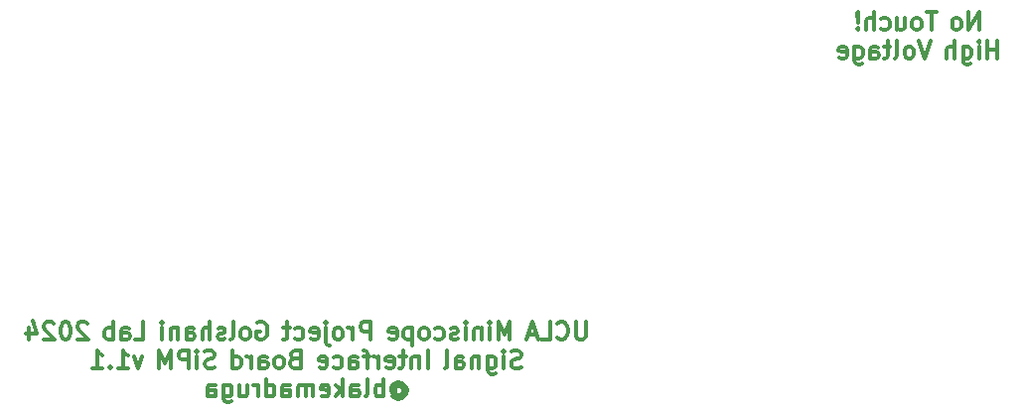
<source format=gbr>
%TF.GenerationSoftware,KiCad,Pcbnew,(7.0.0)*%
%TF.CreationDate,2024-03-13T17:03:37-07:00*%
%TF.ProjectId,2P_miniscope_interconnect_board_v3,32505f6d-696e-4697-9363-6f70655f696e,rev?*%
%TF.SameCoordinates,Original*%
%TF.FileFunction,Legend,Bot*%
%TF.FilePolarity,Positive*%
%FSLAX46Y46*%
G04 Gerber Fmt 4.6, Leading zero omitted, Abs format (unit mm)*
G04 Created by KiCad (PCBNEW (7.0.0)) date 2024-03-13 17:03:37*
%MOMM*%
%LPD*%
G01*
G04 APERTURE LIST*
%ADD10C,0.375000*%
%ADD11C,0.300000*%
G04 APERTURE END LIST*
D10*
X186684286Y-83666071D02*
X186684286Y-82166071D01*
X186684286Y-82166071D02*
X185827143Y-83666071D01*
X185827143Y-83666071D02*
X185827143Y-82166071D01*
X184898571Y-83666071D02*
X185041428Y-83594642D01*
X185041428Y-83594642D02*
X185112857Y-83523214D01*
X185112857Y-83523214D02*
X185184285Y-83380357D01*
X185184285Y-83380357D02*
X185184285Y-82951785D01*
X185184285Y-82951785D02*
X185112857Y-82808928D01*
X185112857Y-82808928D02*
X185041428Y-82737500D01*
X185041428Y-82737500D02*
X184898571Y-82666071D01*
X184898571Y-82666071D02*
X184684285Y-82666071D01*
X184684285Y-82666071D02*
X184541428Y-82737500D01*
X184541428Y-82737500D02*
X184470000Y-82808928D01*
X184470000Y-82808928D02*
X184398571Y-82951785D01*
X184398571Y-82951785D02*
X184398571Y-83380357D01*
X184398571Y-83380357D02*
X184470000Y-83523214D01*
X184470000Y-83523214D02*
X184541428Y-83594642D01*
X184541428Y-83594642D02*
X184684285Y-83666071D01*
X184684285Y-83666071D02*
X184898571Y-83666071D01*
X183069999Y-82166071D02*
X182212857Y-82166071D01*
X182641428Y-83666071D02*
X182641428Y-82166071D01*
X181498571Y-83666071D02*
X181641428Y-83594642D01*
X181641428Y-83594642D02*
X181712857Y-83523214D01*
X181712857Y-83523214D02*
X181784285Y-83380357D01*
X181784285Y-83380357D02*
X181784285Y-82951785D01*
X181784285Y-82951785D02*
X181712857Y-82808928D01*
X181712857Y-82808928D02*
X181641428Y-82737500D01*
X181641428Y-82737500D02*
X181498571Y-82666071D01*
X181498571Y-82666071D02*
X181284285Y-82666071D01*
X181284285Y-82666071D02*
X181141428Y-82737500D01*
X181141428Y-82737500D02*
X181070000Y-82808928D01*
X181070000Y-82808928D02*
X180998571Y-82951785D01*
X180998571Y-82951785D02*
X180998571Y-83380357D01*
X180998571Y-83380357D02*
X181070000Y-83523214D01*
X181070000Y-83523214D02*
X181141428Y-83594642D01*
X181141428Y-83594642D02*
X181284285Y-83666071D01*
X181284285Y-83666071D02*
X181498571Y-83666071D01*
X179712857Y-82666071D02*
X179712857Y-83666071D01*
X180355714Y-82666071D02*
X180355714Y-83451785D01*
X180355714Y-83451785D02*
X180284285Y-83594642D01*
X180284285Y-83594642D02*
X180141428Y-83666071D01*
X180141428Y-83666071D02*
X179927142Y-83666071D01*
X179927142Y-83666071D02*
X179784285Y-83594642D01*
X179784285Y-83594642D02*
X179712857Y-83523214D01*
X178355714Y-83594642D02*
X178498571Y-83666071D01*
X178498571Y-83666071D02*
X178784285Y-83666071D01*
X178784285Y-83666071D02*
X178927142Y-83594642D01*
X178927142Y-83594642D02*
X178998571Y-83523214D01*
X178998571Y-83523214D02*
X179069999Y-83380357D01*
X179069999Y-83380357D02*
X179069999Y-82951785D01*
X179069999Y-82951785D02*
X178998571Y-82808928D01*
X178998571Y-82808928D02*
X178927142Y-82737500D01*
X178927142Y-82737500D02*
X178784285Y-82666071D01*
X178784285Y-82666071D02*
X178498571Y-82666071D01*
X178498571Y-82666071D02*
X178355714Y-82737500D01*
X177712857Y-83666071D02*
X177712857Y-82166071D01*
X177070000Y-83666071D02*
X177070000Y-82880357D01*
X177070000Y-82880357D02*
X177141428Y-82737500D01*
X177141428Y-82737500D02*
X177284285Y-82666071D01*
X177284285Y-82666071D02*
X177498571Y-82666071D01*
X177498571Y-82666071D02*
X177641428Y-82737500D01*
X177641428Y-82737500D02*
X177712857Y-82808928D01*
X176355714Y-83523214D02*
X176284285Y-83594642D01*
X176284285Y-83594642D02*
X176355714Y-83666071D01*
X176355714Y-83666071D02*
X176427142Y-83594642D01*
X176427142Y-83594642D02*
X176355714Y-83523214D01*
X176355714Y-83523214D02*
X176355714Y-83666071D01*
X176355714Y-83094642D02*
X176427142Y-82237500D01*
X176427142Y-82237500D02*
X176355714Y-82166071D01*
X176355714Y-82166071D02*
X176284285Y-82237500D01*
X176284285Y-82237500D02*
X176355714Y-83094642D01*
X176355714Y-83094642D02*
X176355714Y-82166071D01*
X188255714Y-86096071D02*
X188255714Y-84596071D01*
X188255714Y-85310357D02*
X187398571Y-85310357D01*
X187398571Y-86096071D02*
X187398571Y-84596071D01*
X186684285Y-86096071D02*
X186684285Y-85096071D01*
X186684285Y-84596071D02*
X186755713Y-84667500D01*
X186755713Y-84667500D02*
X186684285Y-84738928D01*
X186684285Y-84738928D02*
X186612856Y-84667500D01*
X186612856Y-84667500D02*
X186684285Y-84596071D01*
X186684285Y-84596071D02*
X186684285Y-84738928D01*
X185327142Y-85096071D02*
X185327142Y-86310357D01*
X185327142Y-86310357D02*
X185398570Y-86453214D01*
X185398570Y-86453214D02*
X185469999Y-86524642D01*
X185469999Y-86524642D02*
X185612856Y-86596071D01*
X185612856Y-86596071D02*
X185827142Y-86596071D01*
X185827142Y-86596071D02*
X185969999Y-86524642D01*
X185327142Y-86024642D02*
X185469999Y-86096071D01*
X185469999Y-86096071D02*
X185755713Y-86096071D01*
X185755713Y-86096071D02*
X185898570Y-86024642D01*
X185898570Y-86024642D02*
X185969999Y-85953214D01*
X185969999Y-85953214D02*
X186041427Y-85810357D01*
X186041427Y-85810357D02*
X186041427Y-85381785D01*
X186041427Y-85381785D02*
X185969999Y-85238928D01*
X185969999Y-85238928D02*
X185898570Y-85167500D01*
X185898570Y-85167500D02*
X185755713Y-85096071D01*
X185755713Y-85096071D02*
X185469999Y-85096071D01*
X185469999Y-85096071D02*
X185327142Y-85167500D01*
X184612856Y-86096071D02*
X184612856Y-84596071D01*
X183969999Y-86096071D02*
X183969999Y-85310357D01*
X183969999Y-85310357D02*
X184041427Y-85167500D01*
X184041427Y-85167500D02*
X184184284Y-85096071D01*
X184184284Y-85096071D02*
X184398570Y-85096071D01*
X184398570Y-85096071D02*
X184541427Y-85167500D01*
X184541427Y-85167500D02*
X184612856Y-85238928D01*
X182569998Y-84596071D02*
X182069998Y-86096071D01*
X182069998Y-86096071D02*
X181569998Y-84596071D01*
X180855713Y-86096071D02*
X180998570Y-86024642D01*
X180998570Y-86024642D02*
X181069999Y-85953214D01*
X181069999Y-85953214D02*
X181141427Y-85810357D01*
X181141427Y-85810357D02*
X181141427Y-85381785D01*
X181141427Y-85381785D02*
X181069999Y-85238928D01*
X181069999Y-85238928D02*
X180998570Y-85167500D01*
X180998570Y-85167500D02*
X180855713Y-85096071D01*
X180855713Y-85096071D02*
X180641427Y-85096071D01*
X180641427Y-85096071D02*
X180498570Y-85167500D01*
X180498570Y-85167500D02*
X180427142Y-85238928D01*
X180427142Y-85238928D02*
X180355713Y-85381785D01*
X180355713Y-85381785D02*
X180355713Y-85810357D01*
X180355713Y-85810357D02*
X180427142Y-85953214D01*
X180427142Y-85953214D02*
X180498570Y-86024642D01*
X180498570Y-86024642D02*
X180641427Y-86096071D01*
X180641427Y-86096071D02*
X180855713Y-86096071D01*
X179498570Y-86096071D02*
X179641427Y-86024642D01*
X179641427Y-86024642D02*
X179712856Y-85881785D01*
X179712856Y-85881785D02*
X179712856Y-84596071D01*
X179141427Y-85096071D02*
X178569999Y-85096071D01*
X178927142Y-84596071D02*
X178927142Y-85881785D01*
X178927142Y-85881785D02*
X178855713Y-86024642D01*
X178855713Y-86024642D02*
X178712856Y-86096071D01*
X178712856Y-86096071D02*
X178569999Y-86096071D01*
X177427142Y-86096071D02*
X177427142Y-85310357D01*
X177427142Y-85310357D02*
X177498570Y-85167500D01*
X177498570Y-85167500D02*
X177641427Y-85096071D01*
X177641427Y-85096071D02*
X177927142Y-85096071D01*
X177927142Y-85096071D02*
X178069999Y-85167500D01*
X177427142Y-86024642D02*
X177569999Y-86096071D01*
X177569999Y-86096071D02*
X177927142Y-86096071D01*
X177927142Y-86096071D02*
X178069999Y-86024642D01*
X178069999Y-86024642D02*
X178141427Y-85881785D01*
X178141427Y-85881785D02*
X178141427Y-85738928D01*
X178141427Y-85738928D02*
X178069999Y-85596071D01*
X178069999Y-85596071D02*
X177927142Y-85524642D01*
X177927142Y-85524642D02*
X177569999Y-85524642D01*
X177569999Y-85524642D02*
X177427142Y-85453214D01*
X176069999Y-85096071D02*
X176069999Y-86310357D01*
X176069999Y-86310357D02*
X176141427Y-86453214D01*
X176141427Y-86453214D02*
X176212856Y-86524642D01*
X176212856Y-86524642D02*
X176355713Y-86596071D01*
X176355713Y-86596071D02*
X176569999Y-86596071D01*
X176569999Y-86596071D02*
X176712856Y-86524642D01*
X176069999Y-86024642D02*
X176212856Y-86096071D01*
X176212856Y-86096071D02*
X176498570Y-86096071D01*
X176498570Y-86096071D02*
X176641427Y-86024642D01*
X176641427Y-86024642D02*
X176712856Y-85953214D01*
X176712856Y-85953214D02*
X176784284Y-85810357D01*
X176784284Y-85810357D02*
X176784284Y-85381785D01*
X176784284Y-85381785D02*
X176712856Y-85238928D01*
X176712856Y-85238928D02*
X176641427Y-85167500D01*
X176641427Y-85167500D02*
X176498570Y-85096071D01*
X176498570Y-85096071D02*
X176212856Y-85096071D01*
X176212856Y-85096071D02*
X176069999Y-85167500D01*
X174784284Y-86024642D02*
X174927141Y-86096071D01*
X174927141Y-86096071D02*
X175212856Y-86096071D01*
X175212856Y-86096071D02*
X175355713Y-86024642D01*
X175355713Y-86024642D02*
X175427141Y-85881785D01*
X175427141Y-85881785D02*
X175427141Y-85310357D01*
X175427141Y-85310357D02*
X175355713Y-85167500D01*
X175355713Y-85167500D02*
X175212856Y-85096071D01*
X175212856Y-85096071D02*
X174927141Y-85096071D01*
X174927141Y-85096071D02*
X174784284Y-85167500D01*
X174784284Y-85167500D02*
X174712856Y-85310357D01*
X174712856Y-85310357D02*
X174712856Y-85453214D01*
X174712856Y-85453214D02*
X175427141Y-85596071D01*
D11*
X153185714Y-108571071D02*
X153185714Y-109785357D01*
X153185714Y-109785357D02*
X153114285Y-109928214D01*
X153114285Y-109928214D02*
X153042857Y-109999642D01*
X153042857Y-109999642D02*
X152899999Y-110071071D01*
X152899999Y-110071071D02*
X152614285Y-110071071D01*
X152614285Y-110071071D02*
X152471428Y-109999642D01*
X152471428Y-109999642D02*
X152399999Y-109928214D01*
X152399999Y-109928214D02*
X152328571Y-109785357D01*
X152328571Y-109785357D02*
X152328571Y-108571071D01*
X150757142Y-109928214D02*
X150828570Y-109999642D01*
X150828570Y-109999642D02*
X151042856Y-110071071D01*
X151042856Y-110071071D02*
X151185713Y-110071071D01*
X151185713Y-110071071D02*
X151399999Y-109999642D01*
X151399999Y-109999642D02*
X151542856Y-109856785D01*
X151542856Y-109856785D02*
X151614285Y-109713928D01*
X151614285Y-109713928D02*
X151685713Y-109428214D01*
X151685713Y-109428214D02*
X151685713Y-109213928D01*
X151685713Y-109213928D02*
X151614285Y-108928214D01*
X151614285Y-108928214D02*
X151542856Y-108785357D01*
X151542856Y-108785357D02*
X151399999Y-108642500D01*
X151399999Y-108642500D02*
X151185713Y-108571071D01*
X151185713Y-108571071D02*
X151042856Y-108571071D01*
X151042856Y-108571071D02*
X150828570Y-108642500D01*
X150828570Y-108642500D02*
X150757142Y-108713928D01*
X149399999Y-110071071D02*
X150114285Y-110071071D01*
X150114285Y-110071071D02*
X150114285Y-108571071D01*
X148971427Y-109642500D02*
X148257142Y-109642500D01*
X149114284Y-110071071D02*
X148614284Y-108571071D01*
X148614284Y-108571071D02*
X148114284Y-110071071D01*
X146714285Y-110071071D02*
X146714285Y-108571071D01*
X146714285Y-108571071D02*
X146214285Y-109642500D01*
X146214285Y-109642500D02*
X145714285Y-108571071D01*
X145714285Y-108571071D02*
X145714285Y-110071071D01*
X144999999Y-110071071D02*
X144999999Y-109071071D01*
X144999999Y-108571071D02*
X145071427Y-108642500D01*
X145071427Y-108642500D02*
X144999999Y-108713928D01*
X144999999Y-108713928D02*
X144928570Y-108642500D01*
X144928570Y-108642500D02*
X144999999Y-108571071D01*
X144999999Y-108571071D02*
X144999999Y-108713928D01*
X144285713Y-109071071D02*
X144285713Y-110071071D01*
X144285713Y-109213928D02*
X144214284Y-109142500D01*
X144214284Y-109142500D02*
X144071427Y-109071071D01*
X144071427Y-109071071D02*
X143857141Y-109071071D01*
X143857141Y-109071071D02*
X143714284Y-109142500D01*
X143714284Y-109142500D02*
X143642856Y-109285357D01*
X143642856Y-109285357D02*
X143642856Y-110071071D01*
X142928570Y-110071071D02*
X142928570Y-109071071D01*
X142928570Y-108571071D02*
X142999998Y-108642500D01*
X142999998Y-108642500D02*
X142928570Y-108713928D01*
X142928570Y-108713928D02*
X142857141Y-108642500D01*
X142857141Y-108642500D02*
X142928570Y-108571071D01*
X142928570Y-108571071D02*
X142928570Y-108713928D01*
X142285712Y-109999642D02*
X142142855Y-110071071D01*
X142142855Y-110071071D02*
X141857141Y-110071071D01*
X141857141Y-110071071D02*
X141714284Y-109999642D01*
X141714284Y-109999642D02*
X141642855Y-109856785D01*
X141642855Y-109856785D02*
X141642855Y-109785357D01*
X141642855Y-109785357D02*
X141714284Y-109642500D01*
X141714284Y-109642500D02*
X141857141Y-109571071D01*
X141857141Y-109571071D02*
X142071427Y-109571071D01*
X142071427Y-109571071D02*
X142214284Y-109499642D01*
X142214284Y-109499642D02*
X142285712Y-109356785D01*
X142285712Y-109356785D02*
X142285712Y-109285357D01*
X142285712Y-109285357D02*
X142214284Y-109142500D01*
X142214284Y-109142500D02*
X142071427Y-109071071D01*
X142071427Y-109071071D02*
X141857141Y-109071071D01*
X141857141Y-109071071D02*
X141714284Y-109142500D01*
X140357141Y-109999642D02*
X140499998Y-110071071D01*
X140499998Y-110071071D02*
X140785712Y-110071071D01*
X140785712Y-110071071D02*
X140928569Y-109999642D01*
X140928569Y-109999642D02*
X140999998Y-109928214D01*
X140999998Y-109928214D02*
X141071426Y-109785357D01*
X141071426Y-109785357D02*
X141071426Y-109356785D01*
X141071426Y-109356785D02*
X140999998Y-109213928D01*
X140999998Y-109213928D02*
X140928569Y-109142500D01*
X140928569Y-109142500D02*
X140785712Y-109071071D01*
X140785712Y-109071071D02*
X140499998Y-109071071D01*
X140499998Y-109071071D02*
X140357141Y-109142500D01*
X139499998Y-110071071D02*
X139642855Y-109999642D01*
X139642855Y-109999642D02*
X139714284Y-109928214D01*
X139714284Y-109928214D02*
X139785712Y-109785357D01*
X139785712Y-109785357D02*
X139785712Y-109356785D01*
X139785712Y-109356785D02*
X139714284Y-109213928D01*
X139714284Y-109213928D02*
X139642855Y-109142500D01*
X139642855Y-109142500D02*
X139499998Y-109071071D01*
X139499998Y-109071071D02*
X139285712Y-109071071D01*
X139285712Y-109071071D02*
X139142855Y-109142500D01*
X139142855Y-109142500D02*
X139071427Y-109213928D01*
X139071427Y-109213928D02*
X138999998Y-109356785D01*
X138999998Y-109356785D02*
X138999998Y-109785357D01*
X138999998Y-109785357D02*
X139071427Y-109928214D01*
X139071427Y-109928214D02*
X139142855Y-109999642D01*
X139142855Y-109999642D02*
X139285712Y-110071071D01*
X139285712Y-110071071D02*
X139499998Y-110071071D01*
X138357141Y-109071071D02*
X138357141Y-110571071D01*
X138357141Y-109142500D02*
X138214284Y-109071071D01*
X138214284Y-109071071D02*
X137928569Y-109071071D01*
X137928569Y-109071071D02*
X137785712Y-109142500D01*
X137785712Y-109142500D02*
X137714284Y-109213928D01*
X137714284Y-109213928D02*
X137642855Y-109356785D01*
X137642855Y-109356785D02*
X137642855Y-109785357D01*
X137642855Y-109785357D02*
X137714284Y-109928214D01*
X137714284Y-109928214D02*
X137785712Y-109999642D01*
X137785712Y-109999642D02*
X137928569Y-110071071D01*
X137928569Y-110071071D02*
X138214284Y-110071071D01*
X138214284Y-110071071D02*
X138357141Y-109999642D01*
X136428569Y-109999642D02*
X136571426Y-110071071D01*
X136571426Y-110071071D02*
X136857141Y-110071071D01*
X136857141Y-110071071D02*
X136999998Y-109999642D01*
X136999998Y-109999642D02*
X137071426Y-109856785D01*
X137071426Y-109856785D02*
X137071426Y-109285357D01*
X137071426Y-109285357D02*
X136999998Y-109142500D01*
X136999998Y-109142500D02*
X136857141Y-109071071D01*
X136857141Y-109071071D02*
X136571426Y-109071071D01*
X136571426Y-109071071D02*
X136428569Y-109142500D01*
X136428569Y-109142500D02*
X136357141Y-109285357D01*
X136357141Y-109285357D02*
X136357141Y-109428214D01*
X136357141Y-109428214D02*
X137071426Y-109571071D01*
X134814284Y-110071071D02*
X134814284Y-108571071D01*
X134814284Y-108571071D02*
X134242855Y-108571071D01*
X134242855Y-108571071D02*
X134099998Y-108642500D01*
X134099998Y-108642500D02*
X134028569Y-108713928D01*
X134028569Y-108713928D02*
X133957141Y-108856785D01*
X133957141Y-108856785D02*
X133957141Y-109071071D01*
X133957141Y-109071071D02*
X134028569Y-109213928D01*
X134028569Y-109213928D02*
X134099998Y-109285357D01*
X134099998Y-109285357D02*
X134242855Y-109356785D01*
X134242855Y-109356785D02*
X134814284Y-109356785D01*
X133314284Y-110071071D02*
X133314284Y-109071071D01*
X133314284Y-109356785D02*
X133242855Y-109213928D01*
X133242855Y-109213928D02*
X133171427Y-109142500D01*
X133171427Y-109142500D02*
X133028569Y-109071071D01*
X133028569Y-109071071D02*
X132885712Y-109071071D01*
X132171427Y-110071071D02*
X132314284Y-109999642D01*
X132314284Y-109999642D02*
X132385713Y-109928214D01*
X132385713Y-109928214D02*
X132457141Y-109785357D01*
X132457141Y-109785357D02*
X132457141Y-109356785D01*
X132457141Y-109356785D02*
X132385713Y-109213928D01*
X132385713Y-109213928D02*
X132314284Y-109142500D01*
X132314284Y-109142500D02*
X132171427Y-109071071D01*
X132171427Y-109071071D02*
X131957141Y-109071071D01*
X131957141Y-109071071D02*
X131814284Y-109142500D01*
X131814284Y-109142500D02*
X131742856Y-109213928D01*
X131742856Y-109213928D02*
X131671427Y-109356785D01*
X131671427Y-109356785D02*
X131671427Y-109785357D01*
X131671427Y-109785357D02*
X131742856Y-109928214D01*
X131742856Y-109928214D02*
X131814284Y-109999642D01*
X131814284Y-109999642D02*
X131957141Y-110071071D01*
X131957141Y-110071071D02*
X132171427Y-110071071D01*
X131028570Y-109071071D02*
X131028570Y-110356785D01*
X131028570Y-110356785D02*
X131099998Y-110499642D01*
X131099998Y-110499642D02*
X131242855Y-110571071D01*
X131242855Y-110571071D02*
X131314284Y-110571071D01*
X131028570Y-108571071D02*
X131099998Y-108642500D01*
X131099998Y-108642500D02*
X131028570Y-108713928D01*
X131028570Y-108713928D02*
X130957141Y-108642500D01*
X130957141Y-108642500D02*
X131028570Y-108571071D01*
X131028570Y-108571071D02*
X131028570Y-108713928D01*
X129742855Y-109999642D02*
X129885712Y-110071071D01*
X129885712Y-110071071D02*
X130171427Y-110071071D01*
X130171427Y-110071071D02*
X130314284Y-109999642D01*
X130314284Y-109999642D02*
X130385712Y-109856785D01*
X130385712Y-109856785D02*
X130385712Y-109285357D01*
X130385712Y-109285357D02*
X130314284Y-109142500D01*
X130314284Y-109142500D02*
X130171427Y-109071071D01*
X130171427Y-109071071D02*
X129885712Y-109071071D01*
X129885712Y-109071071D02*
X129742855Y-109142500D01*
X129742855Y-109142500D02*
X129671427Y-109285357D01*
X129671427Y-109285357D02*
X129671427Y-109428214D01*
X129671427Y-109428214D02*
X130385712Y-109571071D01*
X128385713Y-109999642D02*
X128528570Y-110071071D01*
X128528570Y-110071071D02*
X128814284Y-110071071D01*
X128814284Y-110071071D02*
X128957141Y-109999642D01*
X128957141Y-109999642D02*
X129028570Y-109928214D01*
X129028570Y-109928214D02*
X129099998Y-109785357D01*
X129099998Y-109785357D02*
X129099998Y-109356785D01*
X129099998Y-109356785D02*
X129028570Y-109213928D01*
X129028570Y-109213928D02*
X128957141Y-109142500D01*
X128957141Y-109142500D02*
X128814284Y-109071071D01*
X128814284Y-109071071D02*
X128528570Y-109071071D01*
X128528570Y-109071071D02*
X128385713Y-109142500D01*
X127957141Y-109071071D02*
X127385713Y-109071071D01*
X127742856Y-108571071D02*
X127742856Y-109856785D01*
X127742856Y-109856785D02*
X127671427Y-109999642D01*
X127671427Y-109999642D02*
X127528570Y-110071071D01*
X127528570Y-110071071D02*
X127385713Y-110071071D01*
X125199998Y-108642500D02*
X125342856Y-108571071D01*
X125342856Y-108571071D02*
X125557141Y-108571071D01*
X125557141Y-108571071D02*
X125771427Y-108642500D01*
X125771427Y-108642500D02*
X125914284Y-108785357D01*
X125914284Y-108785357D02*
X125985713Y-108928214D01*
X125985713Y-108928214D02*
X126057141Y-109213928D01*
X126057141Y-109213928D02*
X126057141Y-109428214D01*
X126057141Y-109428214D02*
X125985713Y-109713928D01*
X125985713Y-109713928D02*
X125914284Y-109856785D01*
X125914284Y-109856785D02*
X125771427Y-109999642D01*
X125771427Y-109999642D02*
X125557141Y-110071071D01*
X125557141Y-110071071D02*
X125414284Y-110071071D01*
X125414284Y-110071071D02*
X125199998Y-109999642D01*
X125199998Y-109999642D02*
X125128570Y-109928214D01*
X125128570Y-109928214D02*
X125128570Y-109428214D01*
X125128570Y-109428214D02*
X125414284Y-109428214D01*
X124271427Y-110071071D02*
X124414284Y-109999642D01*
X124414284Y-109999642D02*
X124485713Y-109928214D01*
X124485713Y-109928214D02*
X124557141Y-109785357D01*
X124557141Y-109785357D02*
X124557141Y-109356785D01*
X124557141Y-109356785D02*
X124485713Y-109213928D01*
X124485713Y-109213928D02*
X124414284Y-109142500D01*
X124414284Y-109142500D02*
X124271427Y-109071071D01*
X124271427Y-109071071D02*
X124057141Y-109071071D01*
X124057141Y-109071071D02*
X123914284Y-109142500D01*
X123914284Y-109142500D02*
X123842856Y-109213928D01*
X123842856Y-109213928D02*
X123771427Y-109356785D01*
X123771427Y-109356785D02*
X123771427Y-109785357D01*
X123771427Y-109785357D02*
X123842856Y-109928214D01*
X123842856Y-109928214D02*
X123914284Y-109999642D01*
X123914284Y-109999642D02*
X124057141Y-110071071D01*
X124057141Y-110071071D02*
X124271427Y-110071071D01*
X122914284Y-110071071D02*
X123057141Y-109999642D01*
X123057141Y-109999642D02*
X123128570Y-109856785D01*
X123128570Y-109856785D02*
X123128570Y-108571071D01*
X122414284Y-109999642D02*
X122271427Y-110071071D01*
X122271427Y-110071071D02*
X121985713Y-110071071D01*
X121985713Y-110071071D02*
X121842856Y-109999642D01*
X121842856Y-109999642D02*
X121771427Y-109856785D01*
X121771427Y-109856785D02*
X121771427Y-109785357D01*
X121771427Y-109785357D02*
X121842856Y-109642500D01*
X121842856Y-109642500D02*
X121985713Y-109571071D01*
X121985713Y-109571071D02*
X122199999Y-109571071D01*
X122199999Y-109571071D02*
X122342856Y-109499642D01*
X122342856Y-109499642D02*
X122414284Y-109356785D01*
X122414284Y-109356785D02*
X122414284Y-109285357D01*
X122414284Y-109285357D02*
X122342856Y-109142500D01*
X122342856Y-109142500D02*
X122199999Y-109071071D01*
X122199999Y-109071071D02*
X121985713Y-109071071D01*
X121985713Y-109071071D02*
X121842856Y-109142500D01*
X121128570Y-110071071D02*
X121128570Y-108571071D01*
X120485713Y-110071071D02*
X120485713Y-109285357D01*
X120485713Y-109285357D02*
X120557141Y-109142500D01*
X120557141Y-109142500D02*
X120699998Y-109071071D01*
X120699998Y-109071071D02*
X120914284Y-109071071D01*
X120914284Y-109071071D02*
X121057141Y-109142500D01*
X121057141Y-109142500D02*
X121128570Y-109213928D01*
X119128570Y-110071071D02*
X119128570Y-109285357D01*
X119128570Y-109285357D02*
X119199998Y-109142500D01*
X119199998Y-109142500D02*
X119342855Y-109071071D01*
X119342855Y-109071071D02*
X119628570Y-109071071D01*
X119628570Y-109071071D02*
X119771427Y-109142500D01*
X119128570Y-109999642D02*
X119271427Y-110071071D01*
X119271427Y-110071071D02*
X119628570Y-110071071D01*
X119628570Y-110071071D02*
X119771427Y-109999642D01*
X119771427Y-109999642D02*
X119842855Y-109856785D01*
X119842855Y-109856785D02*
X119842855Y-109713928D01*
X119842855Y-109713928D02*
X119771427Y-109571071D01*
X119771427Y-109571071D02*
X119628570Y-109499642D01*
X119628570Y-109499642D02*
X119271427Y-109499642D01*
X119271427Y-109499642D02*
X119128570Y-109428214D01*
X118414284Y-109071071D02*
X118414284Y-110071071D01*
X118414284Y-109213928D02*
X118342855Y-109142500D01*
X118342855Y-109142500D02*
X118199998Y-109071071D01*
X118199998Y-109071071D02*
X117985712Y-109071071D01*
X117985712Y-109071071D02*
X117842855Y-109142500D01*
X117842855Y-109142500D02*
X117771427Y-109285357D01*
X117771427Y-109285357D02*
X117771427Y-110071071D01*
X117057141Y-110071071D02*
X117057141Y-109071071D01*
X117057141Y-108571071D02*
X117128569Y-108642500D01*
X117128569Y-108642500D02*
X117057141Y-108713928D01*
X117057141Y-108713928D02*
X116985712Y-108642500D01*
X116985712Y-108642500D02*
X117057141Y-108571071D01*
X117057141Y-108571071D02*
X117057141Y-108713928D01*
X114728569Y-110071071D02*
X115442855Y-110071071D01*
X115442855Y-110071071D02*
X115442855Y-108571071D01*
X113585712Y-110071071D02*
X113585712Y-109285357D01*
X113585712Y-109285357D02*
X113657140Y-109142500D01*
X113657140Y-109142500D02*
X113799997Y-109071071D01*
X113799997Y-109071071D02*
X114085712Y-109071071D01*
X114085712Y-109071071D02*
X114228569Y-109142500D01*
X113585712Y-109999642D02*
X113728569Y-110071071D01*
X113728569Y-110071071D02*
X114085712Y-110071071D01*
X114085712Y-110071071D02*
X114228569Y-109999642D01*
X114228569Y-109999642D02*
X114299997Y-109856785D01*
X114299997Y-109856785D02*
X114299997Y-109713928D01*
X114299997Y-109713928D02*
X114228569Y-109571071D01*
X114228569Y-109571071D02*
X114085712Y-109499642D01*
X114085712Y-109499642D02*
X113728569Y-109499642D01*
X113728569Y-109499642D02*
X113585712Y-109428214D01*
X112871426Y-110071071D02*
X112871426Y-108571071D01*
X112871426Y-109142500D02*
X112728569Y-109071071D01*
X112728569Y-109071071D02*
X112442854Y-109071071D01*
X112442854Y-109071071D02*
X112299997Y-109142500D01*
X112299997Y-109142500D02*
X112228569Y-109213928D01*
X112228569Y-109213928D02*
X112157140Y-109356785D01*
X112157140Y-109356785D02*
X112157140Y-109785357D01*
X112157140Y-109785357D02*
X112228569Y-109928214D01*
X112228569Y-109928214D02*
X112299997Y-109999642D01*
X112299997Y-109999642D02*
X112442854Y-110071071D01*
X112442854Y-110071071D02*
X112728569Y-110071071D01*
X112728569Y-110071071D02*
X112871426Y-109999642D01*
X110685711Y-108713928D02*
X110614283Y-108642500D01*
X110614283Y-108642500D02*
X110471426Y-108571071D01*
X110471426Y-108571071D02*
X110114283Y-108571071D01*
X110114283Y-108571071D02*
X109971426Y-108642500D01*
X109971426Y-108642500D02*
X109899997Y-108713928D01*
X109899997Y-108713928D02*
X109828568Y-108856785D01*
X109828568Y-108856785D02*
X109828568Y-108999642D01*
X109828568Y-108999642D02*
X109899997Y-109213928D01*
X109899997Y-109213928D02*
X110757140Y-110071071D01*
X110757140Y-110071071D02*
X109828568Y-110071071D01*
X108899997Y-108571071D02*
X108757140Y-108571071D01*
X108757140Y-108571071D02*
X108614283Y-108642500D01*
X108614283Y-108642500D02*
X108542855Y-108713928D01*
X108542855Y-108713928D02*
X108471426Y-108856785D01*
X108471426Y-108856785D02*
X108399997Y-109142500D01*
X108399997Y-109142500D02*
X108399997Y-109499642D01*
X108399997Y-109499642D02*
X108471426Y-109785357D01*
X108471426Y-109785357D02*
X108542855Y-109928214D01*
X108542855Y-109928214D02*
X108614283Y-109999642D01*
X108614283Y-109999642D02*
X108757140Y-110071071D01*
X108757140Y-110071071D02*
X108899997Y-110071071D01*
X108899997Y-110071071D02*
X109042855Y-109999642D01*
X109042855Y-109999642D02*
X109114283Y-109928214D01*
X109114283Y-109928214D02*
X109185712Y-109785357D01*
X109185712Y-109785357D02*
X109257140Y-109499642D01*
X109257140Y-109499642D02*
X109257140Y-109142500D01*
X109257140Y-109142500D02*
X109185712Y-108856785D01*
X109185712Y-108856785D02*
X109114283Y-108713928D01*
X109114283Y-108713928D02*
X109042855Y-108642500D01*
X109042855Y-108642500D02*
X108899997Y-108571071D01*
X107828569Y-108713928D02*
X107757141Y-108642500D01*
X107757141Y-108642500D02*
X107614284Y-108571071D01*
X107614284Y-108571071D02*
X107257141Y-108571071D01*
X107257141Y-108571071D02*
X107114284Y-108642500D01*
X107114284Y-108642500D02*
X107042855Y-108713928D01*
X107042855Y-108713928D02*
X106971426Y-108856785D01*
X106971426Y-108856785D02*
X106971426Y-108999642D01*
X106971426Y-108999642D02*
X107042855Y-109213928D01*
X107042855Y-109213928D02*
X107899998Y-110071071D01*
X107899998Y-110071071D02*
X106971426Y-110071071D01*
X105685713Y-109071071D02*
X105685713Y-110071071D01*
X106042855Y-108499642D02*
X106399998Y-109571071D01*
X106399998Y-109571071D02*
X105471427Y-109571071D01*
X147664284Y-112429642D02*
X147449999Y-112501071D01*
X147449999Y-112501071D02*
X147092856Y-112501071D01*
X147092856Y-112501071D02*
X146949999Y-112429642D01*
X146949999Y-112429642D02*
X146878570Y-112358214D01*
X146878570Y-112358214D02*
X146807141Y-112215357D01*
X146807141Y-112215357D02*
X146807141Y-112072500D01*
X146807141Y-112072500D02*
X146878570Y-111929642D01*
X146878570Y-111929642D02*
X146949999Y-111858214D01*
X146949999Y-111858214D02*
X147092856Y-111786785D01*
X147092856Y-111786785D02*
X147378570Y-111715357D01*
X147378570Y-111715357D02*
X147521427Y-111643928D01*
X147521427Y-111643928D02*
X147592856Y-111572500D01*
X147592856Y-111572500D02*
X147664284Y-111429642D01*
X147664284Y-111429642D02*
X147664284Y-111286785D01*
X147664284Y-111286785D02*
X147592856Y-111143928D01*
X147592856Y-111143928D02*
X147521427Y-111072500D01*
X147521427Y-111072500D02*
X147378570Y-111001071D01*
X147378570Y-111001071D02*
X147021427Y-111001071D01*
X147021427Y-111001071D02*
X146807141Y-111072500D01*
X146164285Y-112501071D02*
X146164285Y-111501071D01*
X146164285Y-111001071D02*
X146235713Y-111072500D01*
X146235713Y-111072500D02*
X146164285Y-111143928D01*
X146164285Y-111143928D02*
X146092856Y-111072500D01*
X146092856Y-111072500D02*
X146164285Y-111001071D01*
X146164285Y-111001071D02*
X146164285Y-111143928D01*
X144807142Y-111501071D02*
X144807142Y-112715357D01*
X144807142Y-112715357D02*
X144878570Y-112858214D01*
X144878570Y-112858214D02*
X144949999Y-112929642D01*
X144949999Y-112929642D02*
X145092856Y-113001071D01*
X145092856Y-113001071D02*
X145307142Y-113001071D01*
X145307142Y-113001071D02*
X145449999Y-112929642D01*
X144807142Y-112429642D02*
X144949999Y-112501071D01*
X144949999Y-112501071D02*
X145235713Y-112501071D01*
X145235713Y-112501071D02*
X145378570Y-112429642D01*
X145378570Y-112429642D02*
X145449999Y-112358214D01*
X145449999Y-112358214D02*
X145521427Y-112215357D01*
X145521427Y-112215357D02*
X145521427Y-111786785D01*
X145521427Y-111786785D02*
X145449999Y-111643928D01*
X145449999Y-111643928D02*
X145378570Y-111572500D01*
X145378570Y-111572500D02*
X145235713Y-111501071D01*
X145235713Y-111501071D02*
X144949999Y-111501071D01*
X144949999Y-111501071D02*
X144807142Y-111572500D01*
X144092856Y-111501071D02*
X144092856Y-112501071D01*
X144092856Y-111643928D02*
X144021427Y-111572500D01*
X144021427Y-111572500D02*
X143878570Y-111501071D01*
X143878570Y-111501071D02*
X143664284Y-111501071D01*
X143664284Y-111501071D02*
X143521427Y-111572500D01*
X143521427Y-111572500D02*
X143449999Y-111715357D01*
X143449999Y-111715357D02*
X143449999Y-112501071D01*
X142092856Y-112501071D02*
X142092856Y-111715357D01*
X142092856Y-111715357D02*
X142164284Y-111572500D01*
X142164284Y-111572500D02*
X142307141Y-111501071D01*
X142307141Y-111501071D02*
X142592856Y-111501071D01*
X142592856Y-111501071D02*
X142735713Y-111572500D01*
X142092856Y-112429642D02*
X142235713Y-112501071D01*
X142235713Y-112501071D02*
X142592856Y-112501071D01*
X142592856Y-112501071D02*
X142735713Y-112429642D01*
X142735713Y-112429642D02*
X142807141Y-112286785D01*
X142807141Y-112286785D02*
X142807141Y-112143928D01*
X142807141Y-112143928D02*
X142735713Y-112001071D01*
X142735713Y-112001071D02*
X142592856Y-111929642D01*
X142592856Y-111929642D02*
X142235713Y-111929642D01*
X142235713Y-111929642D02*
X142092856Y-111858214D01*
X141164284Y-112501071D02*
X141307141Y-112429642D01*
X141307141Y-112429642D02*
X141378570Y-112286785D01*
X141378570Y-112286785D02*
X141378570Y-111001071D01*
X139692856Y-112501071D02*
X139692856Y-111001071D01*
X138978570Y-111501071D02*
X138978570Y-112501071D01*
X138978570Y-111643928D02*
X138907141Y-111572500D01*
X138907141Y-111572500D02*
X138764284Y-111501071D01*
X138764284Y-111501071D02*
X138549998Y-111501071D01*
X138549998Y-111501071D02*
X138407141Y-111572500D01*
X138407141Y-111572500D02*
X138335713Y-111715357D01*
X138335713Y-111715357D02*
X138335713Y-112501071D01*
X137835712Y-111501071D02*
X137264284Y-111501071D01*
X137621427Y-111001071D02*
X137621427Y-112286785D01*
X137621427Y-112286785D02*
X137549998Y-112429642D01*
X137549998Y-112429642D02*
X137407141Y-112501071D01*
X137407141Y-112501071D02*
X137264284Y-112501071D01*
X136192855Y-112429642D02*
X136335712Y-112501071D01*
X136335712Y-112501071D02*
X136621427Y-112501071D01*
X136621427Y-112501071D02*
X136764284Y-112429642D01*
X136764284Y-112429642D02*
X136835712Y-112286785D01*
X136835712Y-112286785D02*
X136835712Y-111715357D01*
X136835712Y-111715357D02*
X136764284Y-111572500D01*
X136764284Y-111572500D02*
X136621427Y-111501071D01*
X136621427Y-111501071D02*
X136335712Y-111501071D01*
X136335712Y-111501071D02*
X136192855Y-111572500D01*
X136192855Y-111572500D02*
X136121427Y-111715357D01*
X136121427Y-111715357D02*
X136121427Y-111858214D01*
X136121427Y-111858214D02*
X136835712Y-112001071D01*
X135478570Y-112501071D02*
X135478570Y-111501071D01*
X135478570Y-111786785D02*
X135407141Y-111643928D01*
X135407141Y-111643928D02*
X135335713Y-111572500D01*
X135335713Y-111572500D02*
X135192855Y-111501071D01*
X135192855Y-111501071D02*
X135049998Y-111501071D01*
X134764284Y-111501071D02*
X134192856Y-111501071D01*
X134549999Y-112501071D02*
X134549999Y-111215357D01*
X134549999Y-111215357D02*
X134478570Y-111072500D01*
X134478570Y-111072500D02*
X134335713Y-111001071D01*
X134335713Y-111001071D02*
X134192856Y-111001071D01*
X133049999Y-112501071D02*
X133049999Y-111715357D01*
X133049999Y-111715357D02*
X133121427Y-111572500D01*
X133121427Y-111572500D02*
X133264284Y-111501071D01*
X133264284Y-111501071D02*
X133549999Y-111501071D01*
X133549999Y-111501071D02*
X133692856Y-111572500D01*
X133049999Y-112429642D02*
X133192856Y-112501071D01*
X133192856Y-112501071D02*
X133549999Y-112501071D01*
X133549999Y-112501071D02*
X133692856Y-112429642D01*
X133692856Y-112429642D02*
X133764284Y-112286785D01*
X133764284Y-112286785D02*
X133764284Y-112143928D01*
X133764284Y-112143928D02*
X133692856Y-112001071D01*
X133692856Y-112001071D02*
X133549999Y-111929642D01*
X133549999Y-111929642D02*
X133192856Y-111929642D01*
X133192856Y-111929642D02*
X133049999Y-111858214D01*
X131692856Y-112429642D02*
X131835713Y-112501071D01*
X131835713Y-112501071D02*
X132121427Y-112501071D01*
X132121427Y-112501071D02*
X132264284Y-112429642D01*
X132264284Y-112429642D02*
X132335713Y-112358214D01*
X132335713Y-112358214D02*
X132407141Y-112215357D01*
X132407141Y-112215357D02*
X132407141Y-111786785D01*
X132407141Y-111786785D02*
X132335713Y-111643928D01*
X132335713Y-111643928D02*
X132264284Y-111572500D01*
X132264284Y-111572500D02*
X132121427Y-111501071D01*
X132121427Y-111501071D02*
X131835713Y-111501071D01*
X131835713Y-111501071D02*
X131692856Y-111572500D01*
X130478570Y-112429642D02*
X130621427Y-112501071D01*
X130621427Y-112501071D02*
X130907142Y-112501071D01*
X130907142Y-112501071D02*
X131049999Y-112429642D01*
X131049999Y-112429642D02*
X131121427Y-112286785D01*
X131121427Y-112286785D02*
X131121427Y-111715357D01*
X131121427Y-111715357D02*
X131049999Y-111572500D01*
X131049999Y-111572500D02*
X130907142Y-111501071D01*
X130907142Y-111501071D02*
X130621427Y-111501071D01*
X130621427Y-111501071D02*
X130478570Y-111572500D01*
X130478570Y-111572500D02*
X130407142Y-111715357D01*
X130407142Y-111715357D02*
X130407142Y-111858214D01*
X130407142Y-111858214D02*
X131121427Y-112001071D01*
X128364285Y-111715357D02*
X128149999Y-111786785D01*
X128149999Y-111786785D02*
X128078570Y-111858214D01*
X128078570Y-111858214D02*
X128007142Y-112001071D01*
X128007142Y-112001071D02*
X128007142Y-112215357D01*
X128007142Y-112215357D02*
X128078570Y-112358214D01*
X128078570Y-112358214D02*
X128149999Y-112429642D01*
X128149999Y-112429642D02*
X128292856Y-112501071D01*
X128292856Y-112501071D02*
X128864285Y-112501071D01*
X128864285Y-112501071D02*
X128864285Y-111001071D01*
X128864285Y-111001071D02*
X128364285Y-111001071D01*
X128364285Y-111001071D02*
X128221428Y-111072500D01*
X128221428Y-111072500D02*
X128149999Y-111143928D01*
X128149999Y-111143928D02*
X128078570Y-111286785D01*
X128078570Y-111286785D02*
X128078570Y-111429642D01*
X128078570Y-111429642D02*
X128149999Y-111572500D01*
X128149999Y-111572500D02*
X128221428Y-111643928D01*
X128221428Y-111643928D02*
X128364285Y-111715357D01*
X128364285Y-111715357D02*
X128864285Y-111715357D01*
X127149999Y-112501071D02*
X127292856Y-112429642D01*
X127292856Y-112429642D02*
X127364285Y-112358214D01*
X127364285Y-112358214D02*
X127435713Y-112215357D01*
X127435713Y-112215357D02*
X127435713Y-111786785D01*
X127435713Y-111786785D02*
X127364285Y-111643928D01*
X127364285Y-111643928D02*
X127292856Y-111572500D01*
X127292856Y-111572500D02*
X127149999Y-111501071D01*
X127149999Y-111501071D02*
X126935713Y-111501071D01*
X126935713Y-111501071D02*
X126792856Y-111572500D01*
X126792856Y-111572500D02*
X126721428Y-111643928D01*
X126721428Y-111643928D02*
X126649999Y-111786785D01*
X126649999Y-111786785D02*
X126649999Y-112215357D01*
X126649999Y-112215357D02*
X126721428Y-112358214D01*
X126721428Y-112358214D02*
X126792856Y-112429642D01*
X126792856Y-112429642D02*
X126935713Y-112501071D01*
X126935713Y-112501071D02*
X127149999Y-112501071D01*
X125364285Y-112501071D02*
X125364285Y-111715357D01*
X125364285Y-111715357D02*
X125435713Y-111572500D01*
X125435713Y-111572500D02*
X125578570Y-111501071D01*
X125578570Y-111501071D02*
X125864285Y-111501071D01*
X125864285Y-111501071D02*
X126007142Y-111572500D01*
X125364285Y-112429642D02*
X125507142Y-112501071D01*
X125507142Y-112501071D02*
X125864285Y-112501071D01*
X125864285Y-112501071D02*
X126007142Y-112429642D01*
X126007142Y-112429642D02*
X126078570Y-112286785D01*
X126078570Y-112286785D02*
X126078570Y-112143928D01*
X126078570Y-112143928D02*
X126007142Y-112001071D01*
X126007142Y-112001071D02*
X125864285Y-111929642D01*
X125864285Y-111929642D02*
X125507142Y-111929642D01*
X125507142Y-111929642D02*
X125364285Y-111858214D01*
X124649999Y-112501071D02*
X124649999Y-111501071D01*
X124649999Y-111786785D02*
X124578570Y-111643928D01*
X124578570Y-111643928D02*
X124507142Y-111572500D01*
X124507142Y-111572500D02*
X124364284Y-111501071D01*
X124364284Y-111501071D02*
X124221427Y-111501071D01*
X123078571Y-112501071D02*
X123078571Y-111001071D01*
X123078571Y-112429642D02*
X123221428Y-112501071D01*
X123221428Y-112501071D02*
X123507142Y-112501071D01*
X123507142Y-112501071D02*
X123649999Y-112429642D01*
X123649999Y-112429642D02*
X123721428Y-112358214D01*
X123721428Y-112358214D02*
X123792856Y-112215357D01*
X123792856Y-112215357D02*
X123792856Y-111786785D01*
X123792856Y-111786785D02*
X123721428Y-111643928D01*
X123721428Y-111643928D02*
X123649999Y-111572500D01*
X123649999Y-111572500D02*
X123507142Y-111501071D01*
X123507142Y-111501071D02*
X123221428Y-111501071D01*
X123221428Y-111501071D02*
X123078571Y-111572500D01*
X121535713Y-112429642D02*
X121321428Y-112501071D01*
X121321428Y-112501071D02*
X120964285Y-112501071D01*
X120964285Y-112501071D02*
X120821428Y-112429642D01*
X120821428Y-112429642D02*
X120749999Y-112358214D01*
X120749999Y-112358214D02*
X120678570Y-112215357D01*
X120678570Y-112215357D02*
X120678570Y-112072500D01*
X120678570Y-112072500D02*
X120749999Y-111929642D01*
X120749999Y-111929642D02*
X120821428Y-111858214D01*
X120821428Y-111858214D02*
X120964285Y-111786785D01*
X120964285Y-111786785D02*
X121249999Y-111715357D01*
X121249999Y-111715357D02*
X121392856Y-111643928D01*
X121392856Y-111643928D02*
X121464285Y-111572500D01*
X121464285Y-111572500D02*
X121535713Y-111429642D01*
X121535713Y-111429642D02*
X121535713Y-111286785D01*
X121535713Y-111286785D02*
X121464285Y-111143928D01*
X121464285Y-111143928D02*
X121392856Y-111072500D01*
X121392856Y-111072500D02*
X121249999Y-111001071D01*
X121249999Y-111001071D02*
X120892856Y-111001071D01*
X120892856Y-111001071D02*
X120678570Y-111072500D01*
X120035714Y-112501071D02*
X120035714Y-111501071D01*
X120035714Y-111001071D02*
X120107142Y-111072500D01*
X120107142Y-111072500D02*
X120035714Y-111143928D01*
X120035714Y-111143928D02*
X119964285Y-111072500D01*
X119964285Y-111072500D02*
X120035714Y-111001071D01*
X120035714Y-111001071D02*
X120035714Y-111143928D01*
X119321428Y-112501071D02*
X119321428Y-111001071D01*
X119321428Y-111001071D02*
X118749999Y-111001071D01*
X118749999Y-111001071D02*
X118607142Y-111072500D01*
X118607142Y-111072500D02*
X118535713Y-111143928D01*
X118535713Y-111143928D02*
X118464285Y-111286785D01*
X118464285Y-111286785D02*
X118464285Y-111501071D01*
X118464285Y-111501071D02*
X118535713Y-111643928D01*
X118535713Y-111643928D02*
X118607142Y-111715357D01*
X118607142Y-111715357D02*
X118749999Y-111786785D01*
X118749999Y-111786785D02*
X119321428Y-111786785D01*
X117821428Y-112501071D02*
X117821428Y-111001071D01*
X117821428Y-111001071D02*
X117321428Y-112072500D01*
X117321428Y-112072500D02*
X116821428Y-111001071D01*
X116821428Y-111001071D02*
X116821428Y-112501071D01*
X115349999Y-111501071D02*
X114992856Y-112501071D01*
X114992856Y-112501071D02*
X114635713Y-111501071D01*
X113278570Y-112501071D02*
X114135713Y-112501071D01*
X113707142Y-112501071D02*
X113707142Y-111001071D01*
X113707142Y-111001071D02*
X113849999Y-111215357D01*
X113849999Y-111215357D02*
X113992856Y-111358214D01*
X113992856Y-111358214D02*
X114135713Y-111429642D01*
X112635714Y-112358214D02*
X112564285Y-112429642D01*
X112564285Y-112429642D02*
X112635714Y-112501071D01*
X112635714Y-112501071D02*
X112707142Y-112429642D01*
X112707142Y-112429642D02*
X112635714Y-112358214D01*
X112635714Y-112358214D02*
X112635714Y-112501071D01*
X111135713Y-112501071D02*
X111992856Y-112501071D01*
X111564285Y-112501071D02*
X111564285Y-111001071D01*
X111564285Y-111001071D02*
X111707142Y-111215357D01*
X111707142Y-111215357D02*
X111849999Y-111358214D01*
X111849999Y-111358214D02*
X111992856Y-111429642D01*
X136935713Y-114216785D02*
X137007142Y-114145357D01*
X137007142Y-114145357D02*
X137149999Y-114073928D01*
X137149999Y-114073928D02*
X137292856Y-114073928D01*
X137292856Y-114073928D02*
X137435713Y-114145357D01*
X137435713Y-114145357D02*
X137507142Y-114216785D01*
X137507142Y-114216785D02*
X137578570Y-114359642D01*
X137578570Y-114359642D02*
X137578570Y-114502500D01*
X137578570Y-114502500D02*
X137507142Y-114645357D01*
X137507142Y-114645357D02*
X137435713Y-114716785D01*
X137435713Y-114716785D02*
X137292856Y-114788214D01*
X137292856Y-114788214D02*
X137149999Y-114788214D01*
X137149999Y-114788214D02*
X137007142Y-114716785D01*
X137007142Y-114716785D02*
X136935713Y-114645357D01*
X136935713Y-114073928D02*
X136935713Y-114645357D01*
X136935713Y-114645357D02*
X136864285Y-114716785D01*
X136864285Y-114716785D02*
X136792856Y-114716785D01*
X136792856Y-114716785D02*
X136649999Y-114645357D01*
X136649999Y-114645357D02*
X136578570Y-114502500D01*
X136578570Y-114502500D02*
X136578570Y-114145357D01*
X136578570Y-114145357D02*
X136721428Y-113931071D01*
X136721428Y-113931071D02*
X136935713Y-113788214D01*
X136935713Y-113788214D02*
X137221428Y-113716785D01*
X137221428Y-113716785D02*
X137507142Y-113788214D01*
X137507142Y-113788214D02*
X137721428Y-113931071D01*
X137721428Y-113931071D02*
X137864285Y-114145357D01*
X137864285Y-114145357D02*
X137935713Y-114431071D01*
X137935713Y-114431071D02*
X137864285Y-114716785D01*
X137864285Y-114716785D02*
X137721428Y-114931071D01*
X137721428Y-114931071D02*
X137507142Y-115073928D01*
X137507142Y-115073928D02*
X137221428Y-115145357D01*
X137221428Y-115145357D02*
X136935713Y-115073928D01*
X136935713Y-115073928D02*
X136721428Y-114931071D01*
X135935714Y-114931071D02*
X135935714Y-113431071D01*
X135935714Y-114002500D02*
X135792857Y-113931071D01*
X135792857Y-113931071D02*
X135507142Y-113931071D01*
X135507142Y-113931071D02*
X135364285Y-114002500D01*
X135364285Y-114002500D02*
X135292857Y-114073928D01*
X135292857Y-114073928D02*
X135221428Y-114216785D01*
X135221428Y-114216785D02*
X135221428Y-114645357D01*
X135221428Y-114645357D02*
X135292857Y-114788214D01*
X135292857Y-114788214D02*
X135364285Y-114859642D01*
X135364285Y-114859642D02*
X135507142Y-114931071D01*
X135507142Y-114931071D02*
X135792857Y-114931071D01*
X135792857Y-114931071D02*
X135935714Y-114859642D01*
X134364285Y-114931071D02*
X134507142Y-114859642D01*
X134507142Y-114859642D02*
X134578571Y-114716785D01*
X134578571Y-114716785D02*
X134578571Y-113431071D01*
X133150000Y-114931071D02*
X133150000Y-114145357D01*
X133150000Y-114145357D02*
X133221428Y-114002500D01*
X133221428Y-114002500D02*
X133364285Y-113931071D01*
X133364285Y-113931071D02*
X133650000Y-113931071D01*
X133650000Y-113931071D02*
X133792857Y-114002500D01*
X133150000Y-114859642D02*
X133292857Y-114931071D01*
X133292857Y-114931071D02*
X133650000Y-114931071D01*
X133650000Y-114931071D02*
X133792857Y-114859642D01*
X133792857Y-114859642D02*
X133864285Y-114716785D01*
X133864285Y-114716785D02*
X133864285Y-114573928D01*
X133864285Y-114573928D02*
X133792857Y-114431071D01*
X133792857Y-114431071D02*
X133650000Y-114359642D01*
X133650000Y-114359642D02*
X133292857Y-114359642D01*
X133292857Y-114359642D02*
X133150000Y-114288214D01*
X132435714Y-114931071D02*
X132435714Y-113431071D01*
X132292857Y-114359642D02*
X131864285Y-114931071D01*
X131864285Y-113931071D02*
X132435714Y-114502500D01*
X130649999Y-114859642D02*
X130792856Y-114931071D01*
X130792856Y-114931071D02*
X131078571Y-114931071D01*
X131078571Y-114931071D02*
X131221428Y-114859642D01*
X131221428Y-114859642D02*
X131292856Y-114716785D01*
X131292856Y-114716785D02*
X131292856Y-114145357D01*
X131292856Y-114145357D02*
X131221428Y-114002500D01*
X131221428Y-114002500D02*
X131078571Y-113931071D01*
X131078571Y-113931071D02*
X130792856Y-113931071D01*
X130792856Y-113931071D02*
X130649999Y-114002500D01*
X130649999Y-114002500D02*
X130578571Y-114145357D01*
X130578571Y-114145357D02*
X130578571Y-114288214D01*
X130578571Y-114288214D02*
X131292856Y-114431071D01*
X129935714Y-114931071D02*
X129935714Y-113931071D01*
X129935714Y-114073928D02*
X129864285Y-114002500D01*
X129864285Y-114002500D02*
X129721428Y-113931071D01*
X129721428Y-113931071D02*
X129507142Y-113931071D01*
X129507142Y-113931071D02*
X129364285Y-114002500D01*
X129364285Y-114002500D02*
X129292857Y-114145357D01*
X129292857Y-114145357D02*
X129292857Y-114931071D01*
X129292857Y-114145357D02*
X129221428Y-114002500D01*
X129221428Y-114002500D02*
X129078571Y-113931071D01*
X129078571Y-113931071D02*
X128864285Y-113931071D01*
X128864285Y-113931071D02*
X128721428Y-114002500D01*
X128721428Y-114002500D02*
X128649999Y-114145357D01*
X128649999Y-114145357D02*
X128649999Y-114931071D01*
X127292857Y-114931071D02*
X127292857Y-114145357D01*
X127292857Y-114145357D02*
X127364285Y-114002500D01*
X127364285Y-114002500D02*
X127507142Y-113931071D01*
X127507142Y-113931071D02*
X127792857Y-113931071D01*
X127792857Y-113931071D02*
X127935714Y-114002500D01*
X127292857Y-114859642D02*
X127435714Y-114931071D01*
X127435714Y-114931071D02*
X127792857Y-114931071D01*
X127792857Y-114931071D02*
X127935714Y-114859642D01*
X127935714Y-114859642D02*
X128007142Y-114716785D01*
X128007142Y-114716785D02*
X128007142Y-114573928D01*
X128007142Y-114573928D02*
X127935714Y-114431071D01*
X127935714Y-114431071D02*
X127792857Y-114359642D01*
X127792857Y-114359642D02*
X127435714Y-114359642D01*
X127435714Y-114359642D02*
X127292857Y-114288214D01*
X125935714Y-114931071D02*
X125935714Y-113431071D01*
X125935714Y-114859642D02*
X126078571Y-114931071D01*
X126078571Y-114931071D02*
X126364285Y-114931071D01*
X126364285Y-114931071D02*
X126507142Y-114859642D01*
X126507142Y-114859642D02*
X126578571Y-114788214D01*
X126578571Y-114788214D02*
X126649999Y-114645357D01*
X126649999Y-114645357D02*
X126649999Y-114216785D01*
X126649999Y-114216785D02*
X126578571Y-114073928D01*
X126578571Y-114073928D02*
X126507142Y-114002500D01*
X126507142Y-114002500D02*
X126364285Y-113931071D01*
X126364285Y-113931071D02*
X126078571Y-113931071D01*
X126078571Y-113931071D02*
X125935714Y-114002500D01*
X125221428Y-114931071D02*
X125221428Y-113931071D01*
X125221428Y-114216785D02*
X125149999Y-114073928D01*
X125149999Y-114073928D02*
X125078571Y-114002500D01*
X125078571Y-114002500D02*
X124935713Y-113931071D01*
X124935713Y-113931071D02*
X124792856Y-113931071D01*
X123650000Y-113931071D02*
X123650000Y-114931071D01*
X124292857Y-113931071D02*
X124292857Y-114716785D01*
X124292857Y-114716785D02*
X124221428Y-114859642D01*
X124221428Y-114859642D02*
X124078571Y-114931071D01*
X124078571Y-114931071D02*
X123864285Y-114931071D01*
X123864285Y-114931071D02*
X123721428Y-114859642D01*
X123721428Y-114859642D02*
X123650000Y-114788214D01*
X122292857Y-113931071D02*
X122292857Y-115145357D01*
X122292857Y-115145357D02*
X122364285Y-115288214D01*
X122364285Y-115288214D02*
X122435714Y-115359642D01*
X122435714Y-115359642D02*
X122578571Y-115431071D01*
X122578571Y-115431071D02*
X122792857Y-115431071D01*
X122792857Y-115431071D02*
X122935714Y-115359642D01*
X122292857Y-114859642D02*
X122435714Y-114931071D01*
X122435714Y-114931071D02*
X122721428Y-114931071D01*
X122721428Y-114931071D02*
X122864285Y-114859642D01*
X122864285Y-114859642D02*
X122935714Y-114788214D01*
X122935714Y-114788214D02*
X123007142Y-114645357D01*
X123007142Y-114645357D02*
X123007142Y-114216785D01*
X123007142Y-114216785D02*
X122935714Y-114073928D01*
X122935714Y-114073928D02*
X122864285Y-114002500D01*
X122864285Y-114002500D02*
X122721428Y-113931071D01*
X122721428Y-113931071D02*
X122435714Y-113931071D01*
X122435714Y-113931071D02*
X122292857Y-114002500D01*
X120935714Y-114931071D02*
X120935714Y-114145357D01*
X120935714Y-114145357D02*
X121007142Y-114002500D01*
X121007142Y-114002500D02*
X121149999Y-113931071D01*
X121149999Y-113931071D02*
X121435714Y-113931071D01*
X121435714Y-113931071D02*
X121578571Y-114002500D01*
X120935714Y-114859642D02*
X121078571Y-114931071D01*
X121078571Y-114931071D02*
X121435714Y-114931071D01*
X121435714Y-114931071D02*
X121578571Y-114859642D01*
X121578571Y-114859642D02*
X121649999Y-114716785D01*
X121649999Y-114716785D02*
X121649999Y-114573928D01*
X121649999Y-114573928D02*
X121578571Y-114431071D01*
X121578571Y-114431071D02*
X121435714Y-114359642D01*
X121435714Y-114359642D02*
X121078571Y-114359642D01*
X121078571Y-114359642D02*
X120935714Y-114288214D01*
M02*

</source>
